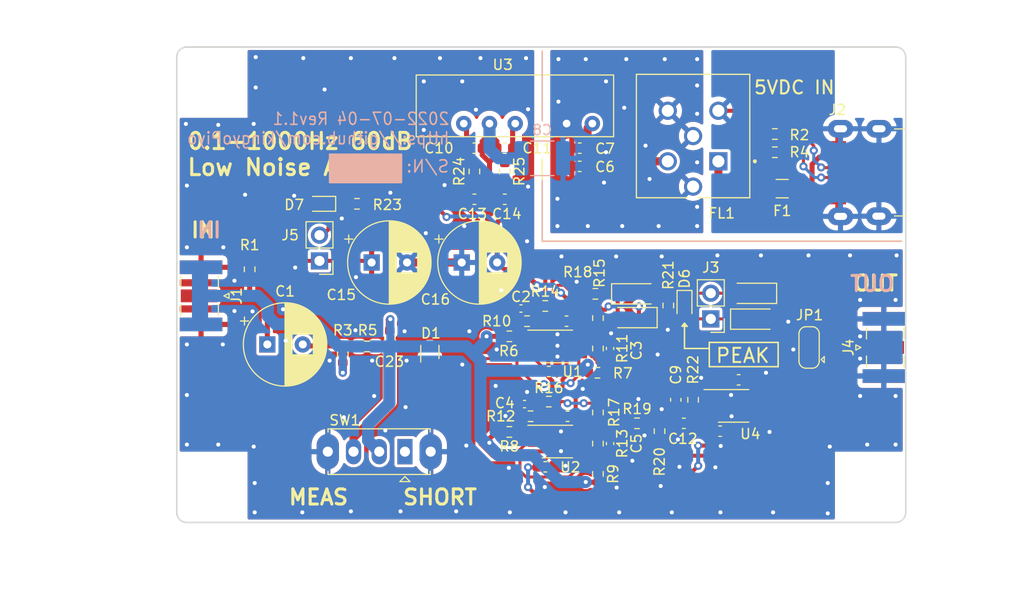
<source format=kicad_pcb>
(kicad_pcb (version 20211014) (generator pcbnew)
  (layers (0 "F.Cu" signal) (31 "B.Cu" signal) (34 "B.Paste" user) (35 "F.Paste" user) (36 "B.SilkS" user "B.Silkscreen") (37 "F.SilkS" user "F.Silkscreen") (38 "B.Mask" user) (39 "F.Mask" user) (44 "Edge.Cuts" user))
  (net 0 "")
  (net 1 "Net-(C1-Pad1)")
  (net 2 "Net-(C1-Pad2)")
  (net 3 "Net-(C2-Pad1)")
  (net 4 "Net-(C2-Pad2)")
  (net 5 "Net-(C3-Pad1)")
  (net 6 "Net-(C3-Pad2)")
  (net 7 "Net-(C4-Pad1)")
  (net 8 "Net-(C4-Pad2)")
  (net 9 "Net-(C5-Pad1)")
  (net 10 "Net-(C5-Pad2)")
  (net 11 "Net-(C6-Pad1)")
  (net 12 "GND1")
  (net 13 "GNDA")
  (net 14 "Net-(C9-Pad1)")
  (net 15 "Net-(C12-Pad1)")
  (net 16 "Net-(C10-Pad1)")
  (net 17 "Net-(C12-Pad2)")
  (net 18 "+5VA")
  (net 19 "-5VA")
  (net 20 "Net-(D2-Pad1)")
  (net 21 "Net-(D2-Pad2)")
  (net 22 "Net-(D3-Pad1)")
  (net 23 "Net-(U1-Pad3)")
  (net 24 "Net-(F1-Pad1)")
  (net 25 "Net-(F1-Pad2)")
  (net 26 "GNDPWR")
  (net 27 "Net-(C11-Pad2)")
  (net 28 "Net-(J4-Pad1)")
  (net 29 "Net-(JP1-Pad3)")
  (net 30 "Net-(J5-Pad2)")
  (net 31 "GND2")
  (net 33 "Net-(J2-PadA5)")
  (net 34 "Net-(J2-PadB5)")
  (net 35 "Net-(U4-Pad6)")
  (footprint "Connector_PinHeader_2.54mm:PinHeader_1x02_P2.54mm_Vertical" (layer "F.Cu") (at 152.75 56.875 180)
    (fp_text reference "J3")
    (fp_text value "LED Peak" hide)
  )
  (footprint "MountingHole:MountingHole_3.2mm_M3" (layer "F.Cu") (at 169 33)
    (fp_text reference "H1" hide)
    (fp_text value "MountingHole" hide)
  )
  (footprint "MountingHole:MountingHole_3.2mm_M3" (layer "F.Cu") (at 169 74)
    (fp_text reference "H2" hide)
    (fp_text value "MountingHole" hide)
  )
  (footprint "Resistor_SMD:R_0603_1608Metric" (layer "F.Cu") (at 136.75 65.05)
    (fp_text reference "R16")
    (fp_text value "470" hide)
  )
  (footprint "Capacitor_SMD:C_0603_1608Metric" (layer "F.Cu") (at 136.75 62.075165)
    (fp_text reference "C18" hide)
    (fp_text value "0.1u" hide)
  )
  (footprint "Capacitor_SMD:C_0603_1608Metric" (layer "F.Cu") (at 136.4 71.5)
    (fp_text reference "C20" hide)
    (fp_text value "0.1u" hide)
  )
  (footprint "Diode_SMD:D_SOD-123" (layer "F.Cu") (at 157 54.35 180)
    (fp_text reference "D4" hide)
    (fp_text value "1N4148W" hide)
  )
  (footprint "Resistor_SMD:R_0603_1608Metric" (layer "F.Cu") (at 141.55 62.2 180)
    (fp_text reference "R7")
    (fp_text value "100 ±0.1%" hide)
  )
  (footprint "Resistor_SMD:R_0603_1608Metric" (layer "F.Cu") (at 132.85 68.05 180)
    (fp_text reference "R8")
    (fp_text value "100 ±0.1%" hide)
  )
  (footprint "Resistor_SMD:R_0603_1608Metric" (layer "F.Cu") (at 134.6 57.1)
    (fp_text reference "R10")
    (fp_text value "100k ±0.1%" hide)
  )
  (footprint "Capacitor_SMD:C_0603_1608Metric" (layer "F.Cu") (at 129.4 40)
    (fp_text reference "C10")
    (fp_text value "1u" hide)
  )
  (footprint "Diode_SMD:D_SOD-123" (layer "F.Cu") (at 145.2 56.75 180)
    (fp_text reference "D3" hide)
    (fp_text value "1N4148W" hide)
  )
  (footprint "AF-LNA:2MS1-T1-B4-VS2-Q-E-S" (layer "F.Cu") (at 120 70 180)
    (fp_text reference "SW1")
    (fp_text value "SW_Short" hide)
  )
  (footprint "Resistor_SMD:R_0603_1608Metric" (layer "F.Cu") (at 141.6 72.2 -90)
    (fp_text reference "R9")
    (fp_text value "100 ±0.1%" hide)
  )
  (footprint "Package_SO:MSOP-8_3x3mm_P0.65mm" (layer "F.Cu") (at 155 65.475)
    (fp_text reference "U4")
    (fp_text value "ADA4522-2" hide)
  )
  (footprint "Package_SO:MSOP-8_3x3mm_P0.65mm" (layer "F.Cu") (at 137.6 69)
    (fp_text reference "U2")
    (fp_text value "ADA4522-2" hide)
  )
  (footprint "Resistor_SMD:R_0603_1608Metric" (layer "F.Cu") (at 134.95 66.5)
    (fp_text reference "R12")
    (fp_text value "100k ±0.1%" hide)
  )
  (footprint "Capacitor_SMD:C_0603_1608Metric" (layer "F.Cu") (at 139.8 40 180)
    (fp_text reference "C7")
    (fp_text value "0.1u" hide)
  )
  (footprint "Resistor_SMD:R_0603_1608Metric" (layer "F.Cu") (at 136.4 55.6)
    (fp_text reference "R14")
    (fp_text value "470" hide)
  )
  (footprint "MountingHole:MountingHole_3.2mm_M3" (layer "F.Cu") (at 103 33)
    (fp_text reference "H3" hide)
    (fp_text value "MountingHole" hide)
  )
  (footprint "Capacitor_THT:CP_Radial_D8.0mm_P3.50mm" (layer "F.Cu") (at 119.247349 51.3)
    (fp_text reference "C15")
    (fp_text value "6SEPC1000MD" hide)
  )
  (footprint "AF-LNA:S-063-49-TGG" (layer "F.Cu") (at 102.4 54.6 -90)
    (fp_text reference "J1")
    (fp_text value "IN_SMA")
  )
  (footprint "AF-LNA:S-063-49-TGG" (layer "F.Cu") (at 169.8375 59.7 90)
    (fp_text reference "J4")
    (fp_text value "OUT_SMA")
  )
  (footprint "Resistor_SMD:R_0603_1608Metric" (layer "F.Cu") (at 141.6 59.8 90)
    (fp_text reference "R11")
    (fp_text value "100k ±0.1%" hide)
  )
  (footprint "AF-LNA:MAU106" (layer "F.Cu") (at 133.43 42.645 180)
    (fp_text reference "U3")
    (fp_text value "MAU106" hide)
  )
  (footprint "Resistor_SMD:R_0603_1608Metric" (layer "F.Cu") (at 129.4 42.3 -90)
    (fp_text reference "R24")
    (fp_text value "100" hide)
  )
  (footprint "Resistor_SMD:R_0603_1608Metric" (layer "F.Cu") (at 132.85 58.6 180)
    (fp_text reference "R6")
    (fp_text value "100 ±0.1%" hide)
  )
  (footprint "Capacitor_THT:CP_Radial_D8.0mm_P3.50mm" (layer "F.Cu") (at 108.947349 59.4)
    (fp_text reference "C1")
    (fp_text value "35ZLH220MEFCCT8X11.5" hide)
  )
  (footprint "Capacitor_SMD:C_0402_1005Metric" (layer "F.Cu") (at 142.8 69.2 90)
    (fp_text reference "C5")
    (fp_text value "1n C0G ±1%" hide)
  )
  (footprint "Resistor_SMD:R_0603_1608Metric" (layer "F.Cu") (at 141.6 69.2 90)
    (fp_text reference "R13")
    (fp_text value "100k ±0.1%" hide)
  )
  (footprint "Capacitor_SMD:C_0603_1608Metric" (layer "F.Cu") (at 132.4 40)
    (fp_text reference "C11")
    (fp_text value "1u" hide)
  )
  (footprint "Resistor_SMD:R_0603_1608Metric" (layer "F.Cu") (at 159.075 40.4 180)
    (fp_text reference "R4")
    (fp_text value "5.1k" hide)
  )
  (footprint "Capacitor_SMD:C_0603_1608Metric" (layer "F.Cu") (at 149.2875 64.875 -90)
    (fp_text reference "C9")
    (fp_text value "N.M.")
  )
  (footprint "Resistor_SMD:R_0603_1608Metric" (layer "F.Cu") (at 147.6875 67.975 -90)
    (fp_text reference "R20")
    (fp_text value "N.M." hide)
  )
  (footprint "Capacitor_SMD:C_0603_1608Metric" (layer "F.Cu") (at 155.5 62.9)
    (fp_text reference "C21" hide)
    (fp_text value "0.1u" hide)
  )
  (footprint "LED_SMD:LED_0603_1608Metric" (layer "F.Cu") (at 150.15 55.55 -90)
    (fp_text reference "D6")
    (fp_text value "Red LED" hide)
  )
  (footprint "Capacitor_SMD:C_0603_1608Metric" (layer "F.Cu") (at 132.4 45.05)
    (fp_text reference "C14")
    (fp_text value "0.1u" hide)
  )
  (footprint "AF-LNA:FIL_BNX016-01" (layer "F.Cu") (at 151 38.8 180)
    (fp_text reference "FL1")
    (fp_text value "BNX016-01")
  )
  (footprint "Capacitor_THT:CP_Radial_D8.0mm_P3.50mm" (layer "F.Cu") (at 128.147349 51.3)
    (fp_text reference "C16")
    (fp_text value "6SEPC1000MD" hide)
  )
  (footprint "Connector_PinHeader_2.54mm:PinHeader_1x02_P2.54mm_Vertical" (layer "F.Cu") (at 114.1 51.14 180)
    (fp_text reference "J5")
    (fp_text value "LED PWR Good" hide)
  )
  (footprint "Resistor_SMD:R_0603_1608Metric" (layer "F.Cu") (at 141.35 54.4 180)
    (fp_text reference "R18")
    (fp_text value "2.2k" hide)
  )
  (footprint "Resistor_SMD:R_0603_1608Metric" (layer "F.Cu") (at 107.2 51.975 90)
    (fp_text reference "R1")
    (fp_text value "100k (N.M.)" hide)
  )
  (footprint "Capacitor_SMD:C_0603_1608Metric" (layer "F.Cu") (at 150.0875 67.2)
    (fp_text reference "C12")
    (fp_text value "N.M." hide)
  )
  (footprint "Capacitor_SMD:C_0603_1608Metric" (layer "F.Cu") (at 153.675 67.975)
    (fp_text reference "C22" hide)
    (fp_text value "0.1u" hide)
  )
  (footprint "AF-LNA:USB-C_Power_only" (layer "F.Cu") (at 168.3 42.4 90)
    (fp_text reference "J2")
    (fp_text value "USB_C_Power_only" hide)
  )
  (footprint "Resistor_SMD:R_0603_1608Metric" (layer "F.Cu") (at 159.075 38.6 180)
    (fp_text reference "R2")
    (fp_text value "5.1k" hide)
  )
  (footprint "Resistor_SMD:R_0603_1608Metric" (layer "F.Cu") (at 132.4 42.3 -90)
    (fp_text reference "R25")
    (fp_text value "100" hide)
  )
  (footprint "Resistor_SMD:R_0603_1608Metric" (layer "F.Cu") (at 151 64.875 90)
    (fp_text reference "R22")
    (fp_text value "N.M." hide)
  )
  (footprint "Diode_SMD:D_SOD-123" (layer "F.Cu") (at 145.2 54.4)
    (fp_text reference "D2" hide)
    (fp_text value "1N4148W" hide)
  )
  (footprint "Capacitor_SMD:C_0402_1005Metric" (layer "F.Cu") (at 134.35 65.3)
    (fp_text reference "C4")
    (fp_text value "1n C0G ±1%" hide)
  )
  (footprint "Resistor_SMD:R_0603_1608Metric" (layer "F.Cu") (at 145.4625 67.2)
    (fp_text reference "R19")
    (fp_text value "N.M." hide)
  )
  (footprint "Capacitor_SMD:C_0402_1005Metric" (layer "F.Cu") (at 134 55.85)
    (fp_text reference "C2")
    (fp_text value "1n C0G ±1%")
  )
  (footprint "Resistor_SMD:R_0603_1608Metric" (layer "F.Cu") (at 118.8 59.6)
    (fp_text reference "R5")
    (fp_text value "100" hide)
  )
  (footprint "Capacitor_SMD:C_0603_1608Metric" (layer "F.Cu") (at 138.5 57.1)
    (fp_text reference "C17" hide)
    (fp_text value "0.1u")
  )
  (footprint "Capacitor_SMD:C_0603_1608Metric" (layer "F.Cu") (at 121.05 58.8 -90)
    (fp_text reference "C23")
    (fp_text value "10n" hide)
  )
  (footprint "Resistor_SMD:R_0603_1608Metric" (layer "F.Cu") (at 117.8 45.5)
    (fp_text reference "R23")
    (fp_text value "4.7k" hide)
  )
  (footprint "Fuse:Fuse_1206_3216Metric" (layer "F.Cu") (at 159.8 44 180)
    (fp_text reference "F1")
    (fp_text value "MF-NSMF050-2" hide)
  )
  (footprint "Jumper:SolderJumper-3_P1.3mm_Open_RoundedPad1.0x1.5mm" (layer "F.Cu") (at 162.4575 59.7 90)
    (fp_text reference "JP1")
    (fp_text value "AMP_SEL" hide)
  )
  (footprint "Resistor_SMD:R_0603_1608Metric" (layer "F.Cu") (at 141.6 56.8 90)
    (fp_text reference "R15")
    (fp_text value "470" hide)
  )
  (footprint "Resistor_SMD:R_0603_1608Metric" (layer "F.Cu") (at 141.6 66.125 90)
    (fp_text reference "R17")
    (fp_text value "470" hide)
  )
  (footprint "MountingHole:MountingHole_3.2mm_M3" (layer "F.Cu") (at 103 74)
    (fp_text reference "H4" hide)
    (fp_text value "MountingHole" hide)
  )
  (footprint "Resistor_SMD:R_0603_1608Metric" (layer "F.Cu") (at 148.55 55.55 90)
    (fp_text reference "R21")
    (fp_text value "4.7k" hide)
  )
  (footprint "Resistor_SMD:R_0603_1608Metric" (layer "F.Cu") (at 116.4 60.375 -90)
    (fp_text reference "R3")
    (fp_text value "10k" hide)
  )
  (footprint "Capacitor_SMD:C_0603_1608Metric" (layer "F.Cu") (at 129.4 45.05)
    (fp_text reference "C13")
    (fp_text value "0.1u" hide)
  )
  (footprint "Package_TO_SOT_SMD:SOT-523" (layer "F.Cu") (at 125 60.145 90)
    (fp_text reference "D1")
    (fp_text value "BAT54S" hide)
  )
  (footprint "Package_SO:MSOP-8_3x3mm_P0.65mm" (layer "F.Cu") (at 137.6 59.6)
    (fp_text reference "U1")
    (fp_text value "ADA4522-2" hide)
  )
  (footprint "Diode_SMD:D_SOD-123" (layer "F.Cu") (at 156.95 56.9)
    (fp_text reference "D5" hide)
    (fp_text value "1N4148W" hide)
  )
  (footprint "Capacitor_SMD:C_0402_1005Metric" (layer "F.Cu") (at 142.8 59.8 90)
    (fp_text reference "C3")
    (fp_text value "1n C0G ±1%" hide)
  )
  (footprint "LED_SMD:LED_0603_1608Metric" (layer "F.Cu") (at 114.2125 45.5 180)
    (fp_text reference "D7")
    (fp_text value "Green LED" hide)
  )
  (footprint "Capacitor_SMD:C_0603_1608Metric" (layer "F.Cu") (at 138.6 66.5)
    (fp_text reference "C19" hide)
    (fp_text value "0.1u" hide)
  )
  (footprint "Capacitor_SMD:C_0603_1608Metric" (layer "F.Cu") (at 139.8 41.8 180)
    (fp_text reference "C6")
    (fp_text value "4.7u")
  )
  (footprint "Capacitor_SMD:C_1812_4532Metric" (layer "B.Cu") (at 136.1 41 180)
    (fp_text reference "C8")
    (fp_text value "1000p")
  )
  (gr_rect (start 101.6 52.3) (end 103 56.9) (layer "B.Cu") (width 0.2) (fill solid))
  (gr_rect (start 103 57) (end 103 57) (layer "B.Cu") (width 0.2) (fill none))
  (gr_line (start 136.1 43.2) (end 136.1 49.2) (layer "B.SilkS") (width 0.15))
  (gr_line (start 136.1 49.2) (end 171.6 49.2) (layer "B.SilkS") (width 0.15))
  (gr_rect (start 115.1 40.6) (end 122.2 43.4) (layer "B.SilkS") (width 0.15) (fill solid))
  (gr_line (start 136.1 30.4) (end 136.1 37.3) (layer "B.SilkS") (width 0.15))
  (gr_line (start 159.4 61.6) (end 159.4 60.9) (layer "F.SilkS") (width 0.15))
  (gr_line (start 150.15 57.3) (end 150.15 59.8) (layer "F.SilkS") (width 0.15))
  (gr_line (start 159.4 60.9) (end 159.4 59.2) (layer "F.SilkS") (width 0.15))
  (gr_poly (pts (xy 150.4 57.6) (xy 149.9 57.6) (xy 150.15 57.3)) (layer "F.SilkS") (width 0.15) (fill solid))
  (gr_line (start 136.1 41.1) (end 136.1 49.2) (layer "F.SilkS") (width 0.15))
  (gr_line (start 152.6 59.2) (end 152.6 60.9) (layer "F.SilkS") (width 0.15))
  (gr_line (start 159.4 59.2) (end 152.6 59.2) (layer "F.SilkS") (width 0.15))
  (gr_line (start 136.1 49.2) (end 171.6 49.2) (layer "F.SilkS") (width 0.15))
  (gr_line (start 152.6 61.6) (end 159.4 61.6) (layer "F.SilkS") (width 0.15))
  (gr_line (start 150.15 59.8) (end 152.6 59.8) (layer "F.SilkS") (width 0.15))
  (gr_line (start 152.6 60.9) (end 152.6 61.6) (layer "F.SilkS") (width 0.15))
  (gr_line (start 136.1 32.5) (end 136.1 30.4) (layer "F.SilkS") (width 0.15))
  (gr_arc (start 171 30) (mid 171.707107 30.292893) (end 172 31) (layer "Edge.Cuts") (width 0.15))
  (gr_line (start 172 31) (end 172 76) (layer "Edge.Cuts") (width 0.15))
  (gr_line (start 100 76) (end 100 31) (layer "Edge.Cuts") (width 0.15))
  (gr_line (start 171 77) (end 101 77) (layer "Edge.Cuts") (width 0.15))
  (gr_arc (start 100 31) (mid 100.292893 30.292893) (end 101 30) (layer "Edge.Cuts") (width 0.15))
  (gr_arc (start 172 76) (mid 171.707107 76.707107) (end 171 77) (layer "Edge.Cuts") (width 0.15))
  (gr_arc (start 101 77) (mid 100.292893 76.707107) (end 100 76) (layer "Edge.Cuts") (width 0.15))
  (gr_line (start 101 30) (end 171 30) (layer "Edge.Cuts") (width 0.15))
  (gr_text "2022-07-04 Rev1.1\nhttps://github.com/kingyoPiyo" (at 127.009055 38.061182) (layer "B.SilkS") (effects (font (size 1.2 1.1)) (justify left mirror)))
  (gr_text "IN" (at 103.2 48.1) (layer "B.SilkS") (effects (font (size 1.5 1.5) (thickness 0.3)) (justify mirror)))
  (gr_text "OUT\n" (at 168.7 53.4) (layer "B.SilkS") (effects (font (size 1.5 1.5) (thickness 0.3)) (justify mirror)))
  (gr_text "S/N:" (at 127 41.8) (layer "B.SilkS") (effects (font (size 1.2 1.2)) (justify left mirror)))
  (gr_text "5VDC IN" (at 161 34) (layer "F.SilkS") (effects (font (size 1.3 1.3) (thickness 0.2))))
  (gr_text "SHORT" (at 126 74.5) (layer "F.SilkS") (effects (font (size 1.5 1.5) (thickness 0.3))))
  (gr_text "0.1-1000Hz 60dB\nLow Noise Amp" (at 100.9 40.6) (layer "F.SilkS") (effects (font (size 1.6 1.6) (thickness 0.3)) (justify left)))
  (gr_text "OUT\n" (at 169.05 53.35) (layer "F.SilkS") (effects (font (size 1.5 1.5) (thickness 0.3))))
  (gr_text "MEAS" (at 114 74.5) (layer "F.SilkS") (effects (font (size 1.5 1.5) (thickness 0.3))))
  (gr_text "PEAK" (at 155.9 60.5) (layer "F.SilkS") (effects (font (size 1.4 1.4) (thickness 0.2))))
  (gr_text "IN" (at 102.6 48.1) (layer "F.SilkS") (effects (font (size 1.5 1.5) (thickness 0.3))))
  (segment (start 107.2 52.8) (end 107.2 54.6) (width 0.5) (layer "F.Cu") (net 1))
  (segment (start 107.2 54.6) (end 108 54.6) (width 0.5) (layer "F.Cu") (net 1))
  (segment (start 108 54.6) (end 108.947349 55.547349) (width 0.5) (layer "F.Cu") (net 1))
  (segment (start 102.5625 54.6) (end 107.2 54.6) (width 0.5) (layer "F.Cu") (net 1))
  (segment (start 108.947349 55.547349) (end 108.947349 59.4) (width 0.5) (layer "F.Cu") (net 1))
  (segment (start 116.4 59.55) (end 112.597349 59.55) (width 0.5) (layer "F.Cu") (net 2))
  (segment (start 112.597349 59.55) (end 112.447349 59.4) (width 0.5) (layer "F.Cu") (net 2))
  (segment (start 117.4 59.6) (end 117.975 59.6) (width 0.5) (layer "F.Cu") (net 2))
  (segment (start 116.4 59.55) (end 117.35 59.55) (width 0.5) (layer "F.Cu") (net 2))
  (segment (start 117.35 59.55) (end 117.4 59.6) (width 0.5) (layer "F.Cu") (net 2))
  (segment (start 133.625 58.8) (end 133.625 58.175) (width 0.3) (layer "F.Cu") (net 3))
  (segment (start 133.625 58.175) (end 133.775 58.025) (width 0.3) (layer "F.Cu") (net 3))
  (segment (start 135.4875 59.275) (end 134.1 59.275) (width 0.3) (layer "F.Cu") (net 3))
  (segment (start 134.1 59.275) (end 133.625 58.8) (width 0.3) (layer "F.Cu") (net 3))
  (segment (start 133.775 58.025) (end 133.775 57.1) (width 0.3) (layer "F.Cu") (net 3))
  (segment (start 133.775 57.1) (end 133.775 56.575) (width 0.3) (layer "F.Cu") (net 3))
  (segment (start 133.775 56.575) (end 133.52 56.32) (width 0.3) (layer "F.Cu") (net 3))
  (segment (start 133.52 56.32) (end 133.52 55.85) (width 0.3) (layer "F.Cu") (net 3))
  (segment (start 135.575 56.275) (end 135.575 55.6) (width 0.3) (layer "F.Cu") (net 4))
  (segment (start 135.425 57) (end 135.425 58.5625) (width 0.3) (layer "F.Cu") (net 4))
  (segment (start 135.425 58.5625) (end 135.4875 58.625) (width 0.3) (layer "F.Cu") (net 4))
  (segment (start 135.425 56.425) (end 135.575 56.275) (width 0.3) (layer "F.Cu") (net 4))
  (segment (start 134.85 55.85) (end 135.1 55.6) (width 0.3) (layer "F.Cu") (net 4))
  (segment (start 135.425 57.1) (end 135.425 56.425) (width 0.3) (layer "F.Cu") (net 4))
  (segment (start 135.1 55.6) (end 135.575 55.6) (width 0.3) (layer "F.Cu") (net 4))
  (segment (start 134.48 55.85) (end 134.85 55.85) (width 0.3) (layer "F.Cu") (net 4))
  (segment (start 140.625 59.925) (end 140.9 60.2) (width 0.3) (layer "F.Cu") (net 5))
  (segment (start 142.42 60.28) (end 142.075 60.625) (width 0.3) (layer "F.Cu") (net 5))
  (segment (start 140.9 60.2) (end 140.9 60.5) (width 0.3) (layer "F.Cu") (net 5))
  (segment (start 140.9 60.5) (end 141.025 60.625) (width 0.3) (layer "F.Cu") (net 5))
  (segment (start 142.3 61.45) (end 142.375 61.525) (width 0.5) (layer "F.Cu") (net 5))
  (segment (start 142.8 60.28) (end 142.42 60.28) (width 0.3) (layer "F.Cu") (net 5))
  (segment (start 139.7125 59.925) (end 140.625 59.925) (width 0.3) (layer "F.Cu") (net 5))
  (segment (start 141.6 61.15) (end 141.9 61.45) (width 0.5) (layer "F.Cu") (net 5))
  (segment (start 141.9 61.45) (end 142.3 61.45) (width 0.5) (layer "F.Cu") (net 5))
  (segment (start 141.6 60.625) (end 141.6 61.15) (width 0.5) (layer "F.Cu") (net 5))
  (segment (start 142.375 61.525) (end 142.375 62.2) (width 0.5) (layer "F.Cu") (net 5))
  (segment (start 142.075 60.625) (end 141.6 60.625) (width 0.3) (layer "F.Cu") (net 5))
  (segment (start 141.025 60.625) (end 141.6 60.625) (width 0.3) (layer "F.Cu") (net 5))
  (segment (start 139.7125 59.275) (end 140.775 59.275) (width 0.3) (layer "F.Cu") (net 6))
  (segment (start 140.775 59.275) (end 141.075 58.975) (width 0.3) (layer "F.Cu") (net 6))
  (segment (start 142.8 59.32) (end 142.42 59.32) (width 0.3) (layer "F.Cu") (net 6))
  (segment (start 142.42 59.32) (end 142.075 58.975) (width 0.3) (layer "F.Cu") (net 6))
  (segment (start 141.075 58.975) (end 141.6 58.975) (width 0.3) (layer "F.Cu") (net 6))
  (segment (start 142.075 58.975) (end 141.6 58.975) (width 0.3) (layer "F.Cu") (net 6))
  (segment (start 141.6 58.975) (end 141.6 57.525) (width 0.3) (layer "F.Cu") (net 6))
  (segment (start 134 68.05) (end 133.675 68.05) (width 0.3) (layer "F.Cu") (net 7))
  (segment (start 134.125 66.075) (end 133.87 65.82) (width 0.3) (layer "F.Cu") (net 7))
  (segment (start 134.625 68.675) (end 134 68.05) (width 0.3) (layer "F.Cu") (net 7))
  (segment (start 134.125 67.275) (end 134.125 66.075) (width 0.3) (layer "F.Cu") (net 7))
  (segment (start 133.675 67.725) (end 134.125 67.275) (width 0.3) (layer "F.Cu") (net 7))
  (segment (start 133.87 65.82) (end 133.87 65.3) (width 0.3) (layer "F.Cu") (net 7))
  (segment (start 135.4875 68.675) (end 134.625 68.675) (width 0.3) (layer "F.Cu") (net 7))
  (segment (start 133.675 68.05) (end 133.675 67.725) (width 0.3) (layer "F.Cu") (net 7))
  (segment (start 135.775 65.2) (end 135.8 65.175) (width 0.3) (layer "F.Cu") (net 8))
  (segment (start 135.08 65.2) (end 135.775 65.2) (width 0.3) (layer "F.Cu") (net 8))
  (segment (start 135.4875 67.5625) (end 135.4875 68.025) (width 0.3) (layer "F.Cu") (net 8))
  (segment (start 135.8 65.175) (end 135.8 67.25) (width 0.3) (layer "F.Cu") (net 8))
  (segment (start 135.8 67.25) (end 135.4875 67.5625) (width 0.3) (layer "F.Cu") (net 8))
  (segment (start 140.9 69.714283) (end 140.9 69.95) (width 0.3) (layer "F.Cu") (net 9))
  (segment (start 140.510717 69.325) (end 140.9 69.714283) (width 0.3) (layer "F.Cu") (net 9))
  (segment (start 140.9 69.95) (end 140.975 70.025) (width 0.3) (layer "F.Cu") (net 9))
  (segment (start 142.8 69.68) (end 142.47 69.68) (width 0.3) (layer "F.Cu") (net 9))
  (segment (start 140.975 70.025) (end 141.6 70.025) (width 0.3) (layer "F.Cu") (net 9))
  (segment (start 141.6 71.375) (end 141.6 70.025) (width 0.3) (layer "F.Cu") (net 9))
  (segment (start 142.47 69.68) (end 142.125 70.025) (width 0.3) (layer "F.Cu") (net 9))
  (segment (start 142.125 70.025) (end 141.6 70.025) (width 0.3) (layer "F.Cu") (net 9))
  (segment (start 139.7125 69.325) (end 140.510717 69.325) (width 0.3) (layer "F.Cu") (net 9))
  (segment (start 142.075 68.375) (end 141.6 68.375) (width 0.3) (layer "F.Cu") (net 10))
  (segment (start 139.7125 68.675) (end 140.775 68.675) (width 0.3) (layer "F.Cu") (net 10))
  (segment (start 141.075 68.375) (end 141.6 68.375) (width 0.3) (layer "F.Cu") (net 10))
  (segment (start 140.775 68.675) (end 141.075 68.375) (width 0.3) (layer "F.Cu") (net 10))
  (segment (start 142.8 68.72) (end 142.42 68.72) (width 0.3) (layer "F.Cu") (net 10))
  (segment (start 141.6 66.95) (end 141.6 68.375) (width 0.3) (layer "F.Cu") (net 10))
  (segment (start 142.42 68.72) (end 142.075 68.375) (width 0.3) (layer "F.Cu") (net 10))
  (segment (start 146.5 41.3) (end 148.5 41.3) (width 0.8) (layer "F.Cu") (net 11))
  (segment (start 140.575 41.8) (end 146 41.8) (width 0.8) (layer "F.Cu") (net 11))
  (segment (start 140.575 41.8) (end 140.575 40) (width 0.8) (layer "F.Cu") (net 11))
  (segment (start 140.575 38.04) (end 141.05 37.565) (width 0.8) (layer "F.Cu") (net 11))
  (segment (start 141.05 37.565) (end 141.05 37.75) (width 0.5) (layer "F.Cu") (net 11))
  (segment (start 140.575 40) (end 140.575 38.04) (width 0.8) (layer "F.Cu") (net 11))
  (segment (start 146 41.8) (end 146.5 41.3) (width 0.8) (layer "F.Cu") (net 11))
  (segment (start 138.51 37.565) (end 138.51 37.61) (width 0.5) (layer "F.Cu") (net 12))
  (segment (start 138.51 37.565) (end 138.765 37.565) (width 0.5) (layer "F.Cu") (net 12))
  (segment (start 138.51 37.565) (end 138.51 37.71) (width 0.5) (layer "F.Cu") (net 12))
  (segment (start 138.51 37.61) (end 139.025 38.125) (width 0.5) (layer "F.Cu") (net 12))
  (via (at 137.6 47.7) (size 0.8) (drill 0.4) (layers "F.Cu" "B.Cu") (net 12))
  (via (at 142.4 33.4) (size 0.8) (drill 0.4) (layers "F.Cu" "B.Cu") (net 12))
  (via (at 146.3 39.75) (size 0.8) (drill 0.4) (layers "F.Cu" "B.Cu") (net 12))
  (via (at 151.4 31.2) (size 0.8) (drill 0.4) (layers "F.Cu" "B.Cu") (net 12))
  (via (at 151.4 45.8) (size 0.8) (drill 0.4) (layers "F.Cu" "B.Cu") (net 12))
  (via (at 137.6 45) (size 0.8) (drill 0.4) (layers "F.Cu" "B.Cu") (net 12))
  (via (at 144.2 36) (size 0.8) (drill 0.4) (layers "F.Cu" "B.Cu") (net 12))
  (via (at 146.7 43.05) (size 0.8) (drill 0.4) (layers "F.Cu" "B.Cu") (net 12))
  (via (at 151.4 41.4) (size 0.8) (drill 0.4) (layers "F.Cu" "B.Cu") (net 12))
  (via (at 151.4 36.6) (size 0.8) (drill 0.4) (layers "F.Cu" "B.Cu") (net 12))
  (via (at 142.4 40.4) (size 0.8) (drill 0.4) (layers "F.Cu" "B.Cu") (net 12))
  (via (at 151.4 33.8) (size 0.8) (drill 0.4) (layers "F.Cu" "B.Cu") (net 12))
  (via (at 140.6 47.7) (size 0.8) (drill 0.4) (layers "F.Cu" "B.Cu") (net 12))
  (via (at 144 47.7) (size 0.8) (drill 0.4) (layers "F.Cu" "B.Cu") (net 12))
  (via (at 142.2 43.4) (size 0.8) (drill 0.4) (layers "F.Cu" "B.Cu") (net 12))
  (via (at 137.7 31.2) (size 0.8) (drill 0.4) (layers "F.Cu" "B.Cu") (net 12))
  (via (at 148.2 31.2) (size 0.8) (drill 0.4) (layers "F.Cu" "B.Cu") (net 12))
  (via (at 137.7 35.4) (size 0.8) (drill 0.4) (layers "F.Cu" "B.Cu") (net 12))
  (via (at 140.4 31.2) (size 0.8) (drill 0.4) (layers "F.Cu" "B.Cu") (net 12))
  (via (at 144.4 31.2) (size 0.8) (drill 0.4) (layers "F.Cu" "B.Cu") (net 12))
  (via (at 151.4 47.7) (size 0.8) (drill 0.4) (layers "F.Cu" "B.Cu") (net 12))
  (via (at 147.6 47.7) (size 0.8) (drill 0.4) (layers "F.Cu" "B.Cu") (net 12))
  (segment (start 130.89 43.41) (end 130.175 44.125) (width 0.5) (layer "F.Cu") (net 13))
  (segment (start 126.4 49.8) (end 125.6 50.6) (width 0.5) (layer "F.Cu") (net 13))
  (segment (start 130.7 46.5) (end 130.7 49.15) (width 0.5) (layer "F.Cu") (net 13))
  (segment (start 130.175 39.325) (end 130.9 38.6) (width 0.5) (layer "F.Cu") (net 13))
  (segment (start 131 46.5) (end 130.7 46.5) (width 0.5) (layer "F.Cu") (net 13))
  (segment (start 125.6 50.6) (end 125.6 51.3) (width 0.5) (layer "F.Cu") (net 13))
  (segment (start 131.625 45.875) (end 131 46.5) (width 0.5) (layer "F.Cu") (net 13))
  (segment (start 131.625 39.325) (end 131.625 40) (width 0.5) (layer "F.Cu") (net 13))
  (segment (start 125.6 51.3) (end 128.147349 51.3) (width 0.8) (layer "F.Cu") (net 13))
  (segment (start 130.175 45.975) (end 130.7 46.5) (width 0.5) (layer "F.Cu") (net 13))
  (segment (start 130.9 38.6) (end 131.625 39.325) (width 0.5) (layer "F.Cu") (net 13))
  (segment (start 130.05 49.8) (end 126.4 49.8) (width 0.5) (layer "F.Cu") (net 13))
  (segment (start 130.175 44.125) (end 130.175 44.9) (width 0.5) (layer "F.Cu") (net 13))
  (segment (start 130.175 40.675) (end 130.89 41.39) (width 0.5) (layer "F.Cu") (net 13))
  (segment (start 130.89 41.39) (end 130.89 43.41) (width 0.5) (layer "F.Cu") (net 13))
  (segment (start 131.625 44.9) (end 131.625 44.145) (width 0.5) (layer "F.Cu") (net 13))
  (segment (start 130.9 38.6) (end 130.9 37.575) (width 0.5) (layer "F.Cu") (net 13))
  (segment (start 131.625 44.145) (end 130.89 43.41) (width 0.5) (layer "F.Cu") (net 13))
  (segment (start 130.7 49.15) (end 130.05 49.8) (width 0.5) (layer "F.Cu") (net 13))
  (segment (start 131.625 44.9) (end 131.625 45.875) (width 0.5) (layer "F.Cu") (net 13))
  (segment (start 122.747349 51.3) (end 125.6 51.3) (width 0.8) (layer "F.Cu") (net 13))
  (segment (start 131.625 40) (end 131.625 40.655) (width 0.5) (layer "F.Cu") (net 13))
  (segment (start 130.175 44.9) (end 130.175 45.975) (width 0.5) (layer "F.Cu") (net 13))
  (segment (start 130.175 40) (end 130.175 40.675) (width 0.5) (layer "F.Cu") (net 13))
  (segment (start 130.175 40) (end 130.175 39.325) (width 0.5) (layer "F.Cu") (net 13))
  (segment (start 131.625 40.655) (end 130.89 41.39) (width 0.5) (layer "F.Cu") (net 13))
  (via (at 124.6 48.4) (size 0.8) (drill 0.4) (layers "F.Cu" "B.Cu") (net 13))
  (via (at 128.6 69.4) (size 0.8) (drill 0.4) (layers "F.Cu" "B.Cu") (net 13))
  (via (at 145.6 64.8) (size 0.8) (drill 0.4) (layers "F.Cu" "B.Cu") (net 13))
  (via (at 134.6 64.1) (size 0.8) (drill 0.4) (layers "F.Cu" "B.Cu") (net 13))
  (via (at 122.5 58.1) (size 0.8) (drill 0.4) (layers "F.Cu" "B.Cu") (net 13))
  (via (at 116.3 46.95) (size 0.8) (drill 0.4) (layers "F.Cu" "B.Cu") (net 13))
  (via (at 119.3 61) (size 0.8) (drill 0.4) (layers "F.Cu" "B.Cu") (net 13))
  (via (at 149.65 71.5) (size 0.8) (drill 0.4) (layers "F.Cu" "B.Cu") (net 13))
  (via (at 117.2 75.9) (size 0.8) (drill 0.4) (layers "F.Cu" "B.Cu") (net 13))
  (via (at 116.5 66.6) (size 0.8) (drill 0.4) (layers "F.Cu" "B.Cu") (net 13))
  (via (at 128.2 33.4) (size 0.8) (drill 0.4) (layers "F.Cu" "B.Cu") (net 13))
  (via (at 137.95 68) (size 0.8) (drill 0.4) (layers "F.Cu" "B.Cu") (net 13))
  (via (at 112.5 31.1) (size 0.8) (drill 0.4) (layers "F.Cu" "B.Cu") (net 13))
  (via (at 126 31.1) (size 0.8) (drill 0.4) (layers "F.Cu" "B.Cu") (net 13))
  (via (at 153.7 76) (size 0.8) (drill 0.4) (layers "F.Cu" "B.Cu") (net 13))
  (via (at 164.5 69.5) (size 0.8) (drill 0.4) (layers "F.Cu" "B.Cu") (net 13))
  (via (at 164.3 76.1) (size 0.8) (drill 0.4) (layers "F.Cu" "B.Cu") (net 13))
  (via (at 107.8 31) (size 0.8) (drill 0.4) (layers "F.Cu" "B.Cu") (net 13))
  (via (at 153.4 50.6) (size 0.8) (drill 0.4) (layers "F.Cu" "B.Cu") (net 13))
  (via (at 147.5 60.4) (size 0.8) (drill 0.4) (layers "F.Cu" "B.Cu") (net 13))
  (via (at 158.55 68.05) (size 0.8) (drill 0.4) (layers "F.Cu" "B.Cu") (net 13))
  (via (at 134.6 49.2) (size 0.8) (drill 0.4) (layers "F.Cu" "B.Cu") (net 13))
  (via (at 128.203001 61.389311) (size 0.8) (drill 0.4) (layers "F.Cu" "B.Cu") (net 13))
  (via (at 167.5 55) (size 0.8) (drill 0.4) (layers "F.Cu" "B.Cu") (net 13))
  (via (at 134.7 43.8) (size 0.8) (drill 0.4) (layers "F.Cu" "B.Cu") (net 13))
  (via (at 105.7 53.1) (size 0.8) (drill 0.4) (layers "F.Cu" "B.Cu") (net 13))
  (via (at 167.5 64.5) (size 0.8) (drill 0.4) (layers "F.Cu" "B.Cu") (net 13))
  (via (at 121.5 31.1) (size 0.8) (drill 0.4) (layers "F.Cu" "B.Cu") (net 13))
  (via (at 153.728182 69.439174) (size 0.8) (drill 0.4) (layers "F.Cu" "B.Cu") (net 13))
  (via (at 138 50.7) (size 0.8) (drill 0.4) (layers "F.Cu" "B.Cu") (net 13))
  (via (at 104.55 59.4) (size 0.8) (drill 0.4) (layers "F.Cu" "B.Cu") (net 13))
  (via (at 168.2 69.3) (size 0.8) (drill 0.4) (layers "F.Cu" "B.Cu") (net 13))
  (via (at 138.4 76) (size 0.8) (drill 0.4) (layers "F.Cu" "B.Cu") (net 13))
  (via (at 117.7 52.75) (size 0.8) (drill 0.4) (layers "F.Cu" "B.Cu") (net 13))
  (via (at 171.1 50.6) (size 0.8) (drill 0.4) (layers "F.Cu" "B.Cu") (net 13))
  (via (at 137.6 60.6) (size 0.8) (drill 0.4) (layers "F.Cu" "B.Cu") (net 13))
  (via (at 136.35 73.5) (size 0.8) (drill 0.4) (layers "F.Cu" "B.Cu") (net 13))
  (via (at 101 64.4) (size 0.8) (drill 0.4) (layers "F.Cu" "B.Cu") (net 13))
  (via (at 111.7 51.8) (size 0.8) (drill 0.4) (layers "F.Cu" "B.Cu") (net 13))
  (via (at 107.48144 56.13371) (size 0.8) (drill 0.4) (layers "F.Cu" "B.Cu") (net 13))
  (via (at 112.4 76) (size 0.8) (drill 0.4) (layers "F.Cu" "B.Cu") (net 13))
  (via (at 105.7 56.1) (size 0.8) (drill 0.4) (layers "F.Cu" "B.Cu") (net 13))
  (via (at 111.6 44.7) (size 0.8) (drill 0.4) (layers "F.Cu" "B.Cu") (net 13))
  (via (at 122.7 61) (size 0.8) (drill 0.4) (layers "F.Cu" "B.Cu") (net 13))
  (via (at 122.6 65.6) (size 0.8) (drill 0.4) (layers "F.Cu" "B.Cu") (net 13))
  (via (at 134.7 36.15) (size 0.8) (drill 0.4) (layers "F.Cu" "B.Cu") (net 13))
  (via (at 137.599218 59.532991) (size 0.8) (drill 0.4) (layers "F.Cu" "B.Cu") (net 13))
  (via (at 124.4 33.4) (size 0.8) (drill 0.4) (layers "F.Cu" "B.Cu") (net 13))
  (via (at 110.5 55.928366) (size 0.8) (drill 0.4) (layers "F.Cu" "B.Cu") (net 13))
  (via (at 147.8 73.4) (size 0.8) (drill 0.4) (layers "F.Cu" "B.Cu") (net 13))
  (via (at 137.6 58.4) (size 0.8) (drill 0.4) (layers "F.Cu" "B.Cu") (net 13))
  (via (at 167.5 58.6) (size 0.8) (drill 0.4) (layers "F.Cu" "B.Cu") (net 13))
  (via (at 171 55) (size 0.8) (drill 0.4) (layers "F.Cu" "B.Cu") (net 13))
  (via (at 160.4 57.15) (size 0.8) (drill 0.4) (layers "F.Cu" "B.Cu") (net 13))
  (via (at 101 43.7) (size 0.8) (drill 0.4) (layers "F.Cu" "B.Cu") (net 13))
  (via (at 110.760102 59.029064) (size 0.8) (drill 0.4) (layers "F.Cu" "B.Cu") (net 13))
  (via (at 100.9 37.6) (size 0.8) (drill 0.4) (layers "F.Cu" "B.Cu") (net 13))
  (via (at 104.1 37.7) (size 0.8) (drill 0.4) (layers "F.Cu" "B.Cu") (net 13))
  (via (at 171 69.3) (size 0.8) (drill 0.4) (layers "F.Cu" "B.Cu") (net 13))
  (via (at 101 59.4) (size 0.8) (drill 0.4) (layers "F.Cu" "B.Cu") (net 13))
  (via (at 143.45 73.55) (size 0.8) (drill 0.4) (layers "F.Cu" "B.Cu") (net 13))
  (via (at 162.4 50.6) (size 0.8) (drill 0.4) (layers "F.Cu" "B.Cu") (net 13))
  (via (at 131.6 59.9) (size 0.8) (drill 0.4) (layers "F.Cu" "B.Cu") (net 13))
  (via (at 119.5 64.5) (size 0.8) (drill 0.4) (layers "F.Cu" "B.Cu") (net 13))
  (via (at 107.7 73.1) (size 0.8) (drill 0.4) (layers "F.Cu" "B.Cu") (net 13))
  (via (at 115.1 61) (size 0.8) (drill 0.4) (layers "F.Cu" "B.Cu") (net 13))
  (via (at 117.65 58) (size 0.8) (drill 0.4) (layers "F.Cu" "B.Cu") (net 13))
  (via (at 143.7 76) (size 0.8) (drill 0.4) (layers "F.Cu" "B.Cu") (net 13))
  (via (at 104.6 49.8) (size 0.8) (drill 0.4) (layers "F.Cu" "B.Cu") (net 13))
  (via (at 128.4 47.7) (size 0.8) (drill 0.4) (layers "F.Cu" "B.Cu") (net 13))
  (via (at 122.1 75.9) (size 0.8) (drill 0.4) (layers "F.Cu" "B.Cu") (net 13))
  (via (at 145 70.9) (size 0.8) (drill 0.4) (layers "F.Cu" "B.Cu") (net 13))
  (via (at 166.5 50.6) (size 0.8) (drill 0.4) (layers "F.Cu" "B.Cu") (net 13))
  (via (at 130 31.1) (size 0.8) (drill 0.4) (layers "F.Cu" "B.Cu") (net 13))
  (via (at 160.9 59.9) (size 0.8) (drill 0.4) (layers "F.Cu" "B.Cu") (net 13))
  (via (at 104.1 69.3) (size 0.8) (drill 0.4) (layers "F.Cu" "B.Cu") (net 13))
  (via (at 147.9 50.7) (size 0.8) (drill 0.4) (layers "F.Cu" "B.Cu") (net 13))
  (via (at 153.2 71.55) (size 0.8) (drill 0.4) (layers "F.Cu" "B.Cu") (net 13))
  (via (at 151.8 62.7) (size 0.8) (drill 0.4) (layers "F.Cu" "B.Cu") (net 13))
  (via (at 147.9 65.8) (size 0.8) (drill 0.4) (layers "F.Cu" "B.Cu") (net 13))
  (via (at 140.1 63.8) (size 0.8) (drill 0.4) (layers "F.Cu" "B.Cu") (net 13))
  (via (at 124.4 38.2) (size 0.8) (drill 0.4) (layers "F.Cu" "B.Cu") (net 13))
  (via (at 132.469188 66.47223) (size 0.8) (drill 0.4) (layers "F.Cu" "B.Cu") (net 13))
  (via (at 117.2 31.1) (size 0.8) (drill 0.4) (layers "F.Cu" "B.Cu") (net 13))
  (via (at 106.75 44.6) (size 0.8) (drill 0.4) (layers "F.Cu" "B.Cu") (net 13))
  (via (at 132.05 54.05) (size 0.8) (drill 0.4) (layers "F.Cu" "B.Cu") (net 13))
  (via (at 138.4 71.4) (size 0.8) (drill 0.4) (layers "F.Cu" "B.Cu") (net 13))
  (via (at 143.4 50.7) (size 0.8) (drill 0.4) (layers "F.Cu" "B.Cu") (net 13))
  (via (at 101 49.8) (size 0.8) (drill 0.4) (layers "F.Cu" "B.Cu") (net 13))
  (via (at 107.6 69.5) (size 0.8) (drill 0.4) (layers "F.Cu" "B.Cu") (net 13))
  (via (at 107.7 76) (size 0.8) (drill 0.4) (layers "F.Cu" "B.Cu") (net 13))
  (via (at 126.45 43.65) (size 0.8) (drill 0.4) (layers "F.Cu" "B.Cu") (net 13))
  (via (at 148.5 57.95) (size 0.8) (drill 0.4) (layers "F.Cu" "B.Cu") (net 13))
  (via (at 171 64.5) (size 0.8) (drill 0.4) (layers "F.Cu" "B.Cu") (net 13))
  (via (at 158.2 62.2) (size 0.8) (drill 0.4) (layers "F.Cu" "B.Cu") (net 13))
  (via (at 154.8 66.5) (size 0.8) (drill 0.4) (layers "F.Cu" "B.Cu") (net 13))
  (via (at 131.5 63.5) (size 0.8) (drill 0.4) (layers "F.Cu" "B.Cu") (net 13))
  (via (at 129.55 36.2) (size 0.8) (drill 0.4) (layers "F.Cu" "B.Cu") (net 13))
  (via (at 142.9 58.3) (size 0.8) (drill 0.4) (layers "F.Cu" "B.Cu") (net 13))
  (via (at 120.6 67.9) (size 0.8) (drill 0.4) (layers "F.Cu" "B.Cu") (net 13))
  (via (at 128.9 58.1) (size 0.8) (drill 0.4) (layers "F.Cu" "B.Cu") (net 13))
  (via (at 127.6 75.9) (size 0.8) (drill 0.4) (layers "F.Cu" "B.Cu") (net 13))
  (via (at 132.8 71.6) (size 0.8) (drill 0.4) (layers "F.Cu" "B.Cu") (net 13))
  (via (at 107.8 34) (size 0.8) (drill 0.4) (layers "F.Cu" "B.Cu") (net 13))
  (via (at 158.9 76) (size 0.8) (drill 0.4) (layers "F.Cu" "B.Cu") (net 13))
  (via (at 154.75 64.4) (size 0.8) (drill 0.4) (layers "F.Cu" "B.Cu") (net 13))
  (via (at 164.3 73.1) (size 0.8) (drill 0.4) (layers "F.Cu" "B.Cu") (net 13))
  (via (at 134.5 31.1) (size 0.8) (drill 0.4) (layers "F.Cu" "B.Cu") (net 13))
  (via (at 146.2 68.4) (size 0.8) (drill 0.4) (layers "F.Cu" "B.Cu") (net 13))
  (via (at 114.6 34.2) (size 0.8) (drill 0.4) (layers "F.Cu" "B.Cu") (net 13))
  (via (at 107.6 37.6) (size 0.8) (drill 0.4) (layers "F.Cu" "B.Cu") (net 13))
  (via (at 132.9 76) (size 0.8) (drill 0.4) (layers "F.Cu" "B.Cu") (net 13))
  (via (at 137.95 69.95) (size 0.8) (drill 0.4) (layers "F.Cu" "B.Cu") (net 13))
  (via (at 148.9 76) (size 0.8) (drill 0.4) (layers "F.Cu" "B.Cu") (net 13))
  (via (at 101 69.3) (size 0.8) (drill 0.4) (layers "F.Cu" "B.Cu") (net 13))
  (via (at 121.1 44.4) (size 0.8) (drill 0.4) (layers "F.Cu" "B.Cu") (net 13))
  (via (at 157.7 50.6) (size 0.8) (drill 0.4) (layers "F.Cu" "B.Cu") (net 13))
  (via (at 167.5 60.8) (size 0.8) (drill 0.4) (layers "F.Cu" "B.Cu") (net 13))
  (via (at 149.5 68.8) (size 0.8) (drill 0.4) (layers "F.Cu" "B.Cu") (net 13))
  (via (at 139.5 53.2) (size 0.8) (drill 0.4) (layers "F.Cu" "B.Cu") (net 13))
  (segment (start 131.8 41) (end 133.55 41) (width 1.2) (layer "B.Cu") (net 13))
  (segment (start 130.89 37.565) (end 130.89 40.09) (width 1.2) (layer "B.Cu") (net 13))
  (segment (start 130.89 40.09) (end 131.8 41) (width 1.2) (layer "B.Cu") (net 13))
  (segment (start 151.875 64.5) (end 151.425 64.05) (width 0.3) (layer "F.Cu") (net 14))
  (segment (start 152.8875 64.5) (end 152.8875 63.9375) (width 0.3) (layer "F.Cu") (net 14))
  (segment (start 152.9 61.9) (end 153.8 61) (width 0.4) (layer "F.Cu") (net 14))
  (segment (start 152.9 63.925) (end 152.9 61.9) (width 0.4) (layer "F.Cu") (net 14))
  (segment (start 153.8 61) (end 162.4575 61) (width 0.4) (layer "F.Cu") (net 14))
  (segment (start 152.8875 64.5) (end 151.875 64.5) (width 0.3) (layer "F.Cu") (net 14))
  (segment (start 151 64.05) (end 149.2875 64.05) (width 0.3) (layer "F.Cu") (net 14))
  (segment (start 152.8875 63.9375) (end 152.9 63.925) (width 0.3) (layer "F.Cu") (net 14))
  (segment (start 151.425 64.05) (end 151 64.05) (width 0.3) (layer "F.Cu") (net 14))
  (segment (start 149.2875 66.4625) (end 149.3125 66.4875) (width 0.3) (layer "F.Cu") (net 15))
  (segment (start 149.3125 67.2) (end 147.7375 67.2) (width 0.3) (layer "F.Cu") (net 15))
  (segment (start 149.2875 65.65) (end 149.2875 66.4625) (width 0.3) (layer "F.Cu") (net 15))
  (segment (start 147.7375 67.2) (end 147.6875 67.15) (width 0.3) (layer "F.Cu") (net 15))
  (segment (start 147.6875 67.15) (end 146.3375 67.15) (width 0.3) (layer "F.Cu") (net 15))
  (segment (start 149.3125 66.4875) (end 149.3125 67.2) (width 0.3) (layer "F.Cu") (net 15))
  (segment (start 146.3375 67.15) (end 146.2875 67.2) (width 0.3) (layer "F.Cu") (net 15))
  (segment (start 128.625 37.84) (end 128.35 37.565) (width 0.5) (layer "F.Cu") (net 16))
  (segment (start 128.625 40) (end 128.625 40.325) (width 0.5) (layer "F.Cu") (net 16))
  (segment (start 128.625 40) (end 128.625 37.84) (width 0.5) (layer "F.Cu") (net 16))
  (segment (start 129.4 41.1) (end 129.4 41.6125) (width 0.5) (layer "F.Cu") (net 16))
  (segment (start 128.625 40.325) (end 129.4 41.1) (width 0.5) (layer "F.Cu") (net 16))
  (segment (start 151.4 65.7) (end 151 65.7) (width 0.3) (layer "F.Cu") (net 17))
  (segment (start 151 65.7) (end 151 66.375) (width 0.3) (layer "F.Cu") (net 17))
  (segment (start 150.8625 66.5125) (end 150.8625 67.2) (width 0.3) (layer "F.Cu") (net 17))
  (segment (start 151.95 65.15) (end 151.4 65.7) (width 0.3) (layer "F.Cu") (net 17))
  (segment (start 152.8875 65.15) (end 151.95 65.15) (width 0.3) (layer "F.Cu") (net 17))
  (segment (start 151 66.375) (end 150.8625 66.5125) (width 0.3) (layer "F.Cu") (net 17))
  (segment (start 119.247349 51.3) (end 119.247349 51.252651) (width 0.8) (layer "F.Cu") (net 18))
  (segment (start 156.275 62.9) (end 155.90048 63.27452) (width 0.4) (layer "F.Cu") (net 18))
  (segment (start 112.2 50.5) (end 112.2 46) (width 0.4) (layer "F.Cu") (net 18))
  (segment (start 129.4 43.7) (end 128.625 44.475) (width 0.5) (layer "F.Cu") (net 18))
  (segment (start 138.6 56.425) (end 139.275 57.1) (width 0.4) (layer "F.Cu") (net 18))
  (segment (start 129.4 43.1875) (end 129.4 43.7) (width 0.5) (layer "F.Cu") (net 18))
  (segment (start 138.1 63.83118) (end 138.568331 64.299511) (width 0.4) (layer "F.Cu") (net 18))
  (segment (start 129.15 49) (end 129.7 48.45) (width 0.5) (layer "F.Cu") (net 18))
  (segment (start 129.7 46.85) (end 128.625 45.775) (width 0.5) (layer "F.Cu") (net 18))
  (segment (start 138.5 62.458369) (end 138.1 62.858369) (width 0.4) (layer "F.Cu") (net 18))
  (segment (start 119.247349 52.547349) (end 119.6 52.9) (width 0.5) (layer "F.Cu") (net 18))
  (segment (start 134.925 52.9) (end 135.575 53.55) (width 0.5) (layer "F.Cu") (net 18))
  (segment (start 140.3 66.5) (end 139.375 66.5) (width 0.4) (layer "F.Cu") (net 18))
  (segment (start 119.247349 50.152651) (end 119.7 49.7) (width 0.5) (layer "F.Cu") (net 18))
  (segment (start 155.90048 68.59952) (end 154.1 70.4) (width 0.4) (layer "F.Cu") (net 18))
  (segment (start 112.84 51.14) (end 112.2 50.5) (width 0.4) (layer "F.Cu") (net 18))
  (segment (start 138.5 57.875) (end 138.5 62.458369) (width 0.4) (layer "F.Cu") (net 18))
  (segment (start 119.247349 51.3) (end 119.247349 50.152651) (width 0.5) (layer "F.Cu") (net 18))
  (segment (start 139.275 57.675) (end 139.275 57.1) (width 0.3) (layer "F.Cu") (net 18))
  (segment (start 114.1 51.14) (end 112.84 51.14) (width 0.4) (layer "F.Cu") (net 18))
  (segment (start 139.275 57.1) (end 138.5 57.875) (width 0.4) (layer "F.Cu") (net 18))
  (segment (start 143.1 66.4) (end 142.8 66.1) (width 0.4) (layer "F.Cu") (net 18))
  (segment (start 128.6 44.875) (end 128.625 44.9) (width 0.5) (layer "F.Cu") (net 18))
  (segment (start 112.2 46) (end 112.7 45.5) (width 0.4) (layer "F.Cu") (net 18))
  (segment (start 139.4 64.7) (end 139.4 66.475) (width 0.4) (layer "F.Cu") (net 18))
  (segment (start 125.2 49.7) (end 125.9 49) (width 0.5) (layer "F.Cu") (net 18))
  (segment (start 154.1 70.4) (end 146 70.4) (width 0.4) (layer "F.Cu") (net 18))
  (segment (start 125.9 49) (end 129.15 49) (width 0.5) (layer "F.Cu") (net 18))
  (segment (start 142.8 66.1) (end 140.7 66.1) (width 0.4) (layer "F.Cu") (net 18))
  (segment (start 119.6 52.9) (end 134.925 52.9) (width 0.5) (layer "F.Cu") (net 18))
  (segment (start 138.6 54.9505) (end 138.6 56.425) (width 0.4) (layer "F.Cu") (net 18))
  (segment (start 143.1 67.5) (end 143.1 66.4) (width 0.4) (layer "F.Cu") (net 18))
  (segment (start 119.247349 51.3) (end 119.247349 52.547349) (width 0.5) (layer "F.Cu") (net 18))
  (segment (start 139.7125 68.025) (end 139.7125 67.5625) (width 0.3) (layer "F.Cu") (net 18))
  (segment (start 146 70.4) (end 143.1 67.5) (width 0.4) (layer "F.Cu") (net 18))
  (segment (start 157.075 64.4625) (end 157.1125 64.5) (width 0.3) (layer "F.Cu") (net 18))
  (segment (start 112.7 45.5) (end 113.425 45.5) (width 0.4) (layer "F.Cu") (net 18))
  (segment (start 114.1 51.14) (end 119.087349 51.14) (width 0.4) (layer "F.Cu") (net 18))
  (segment (start 139.4 66.475) (end 139.375 66.5) (width 0.4) (layer "F.Cu") (net 18))
  (segment (start 139.7125 67.5625) (end 139.375 67.225) (width 0.3) (layer "F.Cu") (net 18))
  (segment (start 139.375 67.225) (end 139.375 66.5) (width 0.3) (layer "F.Cu") (net 18))
  (segment (start 137.9495 54.3) (end 138.6 54.9505) (width 0.4) (layer "F.Cu") (net 18))
  (segment (start 157.075 62.975) (end 157 62.9) (width 0.3) (layer "F.Cu") (net 18))
  (segment (start 119.087349 51.14) (end 119.247349 51.3) (width 0.4) (layer "F.Cu") (net 18))
  (segment (start 119.7 49.7) (end 125.2 49.7) (width 0.5) (layer "F.Cu") (net 18))
  (segment (start 139.7125 58.625) (end 139.7125 58.1125) (width 0.3) (layer "F.Cu") (net 18))
  (segment (start 155.90048 63.27452) (end 155.90048 68.59952) (width 0.4) (layer "F.Cu") (net 18))
  (segment (start 128.625 44.475) (end 128.625 44.9) (width 0.5) (layer "F.Cu") (net 18))
  (segment (start 139.7125 58.1125) (end 139.275 57.675) (width 0.3) (layer "F.Cu") (net 18))
  (segment (start 157.075 62.975) (end 157.075 64.4625) (width 0.3) (layer "F.Cu") (net 18))
  (segment (start 138.999511 64.299511) (end 139.4 64.7) (width 0.4) (layer "F.Cu") (net 18))
  (segment (start 157 62.9) (end 156.275 62.9) (width 0.3) (layer "F.Cu") (net 18))
  (segment (start 138.568331 64.299511) (end 138.999511 64.299511) (width 0.4) (layer "F.Cu") (net 18))
  (segment (start 140.7 66.1) (end 140.3 66.5) (width 0.4) (layer "F.Cu") (net 18))
  (segment (start 128.625 45.775) (end 128.625 44.9) (width 0.5) (layer "F.Cu") (net 18))
  (segment (start 138.1 62.858369) (end 138.1 63.83118) (width 0.4) (layer "F.Cu") (net 18))
  (segment (start 129.7 48.45) (end 129.7 46.85) (width 0.5) (layer "F.Cu") (net 18))
  (via (at 135.575 53.55) (size 0.8) (drill 0.4) (layers "F.Cu" "B.Cu") (net 18))
  (via (at 137.9495 54.3) (size 0.8) (drill 0.4) (layers "F.Cu" "B.Cu") (net 18))
  (segment (start 137.1995 53.55) (end 135.575 53.55) (width 0.5) (layer "B.Cu") (net 18))
  (segment (start 137.9495 54.3) (end 137.1995 53.55) (width 0.5) (layer "B.Cu") (net 18))
  (segment (start 136.72452 64.37548) (end 136.72452 70.47548) (width 0.4) (layer "F.Cu") (net 19))
  (segment (start 135.625 71.5) (end 136.2 71.5) (width 0.3) (layer "F.Cu") (net 19))
  (segment (start 136.37548 71.32452) (end 136.37548 70.82452) (width 0.3) (layer "F.Cu") (net 19))
  (segment (start 135.45 51.95) (end 136.4 52.9) (width 0.4) (layer "F.Cu") (net 19))
  (segment (start 133.175 44.375) (end 133.175 44.9) (width 0.5) (layer "F.Cu") (net 19))
  (segment (start 152.8875 67.9625) (end 152.9 67.975) (width 0.3) (layer "F.Cu") (net 19))
  (segment (start 134.827138 71.55) (end 134.838569 71.561431) (width 0.4) (layer "F.Cu") (net 19))
  (segment (start 136.625795 62.075165) (end 136.67548 62.02548) (width 0.3) (layer "F.Cu") (net 19))
  (segment (start 136.67548 62.583849) (end 137.1 63.008369) (width 0.4) (layer "F.Cu") (net 19))
  (segment (start 132.4 43.1875) (end 132.4 43.6) (width 0.5) (layer "F.Cu") (net 19))
  (segment (start 135.975 61.475) (end 135.975 62.075165) (width 0.3) (layer "F.Cu") (net 19))
  (segment (start 136.2 71.5) (end 136.37548 71.32452) (width 0.3) (layer "F.Cu") (net 19))
  (segment (start 131.647349 51.3) (end 131.647349 47.352651) (width 0.5) (layer "F.Cu") (net 19))
  (segment (start 132.4 43.6) (end 133.175 44.375) (width 0.5) (layer "F.Cu") (net 19))
  (segment (start 135.8 74.6) (end 148.3 74.6) (width 0.4) (layer "F.Cu") (net 19))
  (segment (start 136.4 52.9) (end 136.4 58) (width 0.4) (layer "F.Cu") (net 19))
  (segment (start 131.647349 51.3) (end 132.297349 51.95) (width 0.4) (layer "F.Cu") (net 19))
  (segment (start 136.37548 70.82452) (end 136.72452 70.47548) (width 0.3) (layer "F.Cu") (net 19))
  (segment (start 136.67548 61.566481) (end 136.67548 62.02548) (width 0.4) (layer "F.Cu") (net 19))
  (segment (start 136.4 58) (end 136.69952 58.29952) (width 0.4) (layer "F.Cu") (net 19))
  (segment (start 136.69952 58.29952) (end 136.69952 61.542441) (width 0.4) (layer "F.Cu") (net 19))
  (segment (start 135.625 71.5) (end 135.625 70.725) (width 0.3) (layer "F.Cu") (net 19))
  (segment (start 134.7 73.5) (end 135.8 74.6) (width 0.4) (layer "F.Cu") (net 19))
  (segment (start 135.975 62.075165) (end 136.625795 62.075165) (width 0.3) (layer "F.Cu") (net 19))
  (segment (start 133.175 45.825) (end 133.175 44.9) (width 0.5) (layer "F.Cu") (net 19))
  (segment (start 126.65 46.8) (end 125.35 45.5) (width 0.4) (layer "F.Cu") (net 19))
  (segment (start 135.625 70.725) (end 135.4875 70.5875) (width 0.3) (layer "F.Cu") (net 19))
  (segment (start 131.647349 47.352651) (end 133.175 45.825) (width 0.5) (layer "F.Cu") (net 19))
  (segment (start 152.8875 66.45) (end 152.8875 67.9625) (width 0.3) (layer "F.Cu") (net 19))
  (segment (start 137.1 63.008369) (end 137.1 64) (width 0.4) (layer "F.Cu") (net 19))
  (segment (start 152.5 69.4) (end 151.5 69.4) (width 0.4) (layer "F.Cu") (net 19))
  (segment (start 137.1 64) (end 136.72452 64.37548) (width 0.4) (layer "F.Cu") (net 19))
  (segment (start 136.67548 62.02548) (end 136.67548 62.583849) (width 0.4) (layer "F.Cu") (net 19))
  (segment (start 152.9 69) (end 152.5 69.4) (width 0.4) (layer "F.Cu") (net 19))
  (segment (start 125.35 45.5) (end 118.625 45.5) (width 0.4) (layer "F.Cu") (net 19))
  (segment (start 135.4875 60.575) (end 135.4875 60.9875) (width 0.3) (layer "F.Cu") (net 19))
  (segment (start 134.7 71.55) (end 134.827138 71.55) (width 0.4) (layer "F.Cu") (net 19))
  (segment (start 134.838569 71.561431) (end 135.563569 71.561431) (width 0.4) (layer "F.Cu") (net 19))
  (segment (start 148.3 74.6) (end 151.5 71.4) (width 0.4) (layer "F.Cu") (net 19))
  (segment (start 132.297349 51.95) (end 135.45 51.95) (width 0.4) (layer "F.Cu") (net 19))
  (segment (start 135.4875 70.5875) (end 135.4875 69.975) (width 0.3) (layer "F.Cu") (net 19))
  (segment (start 152.9 67.975) (end 152.9 69) (width 0.4) (layer "F.Cu") (net 19))
  (segment (start 135.4875 60.9875) (end 135.975 61.475) (width 0.3) (layer "F.Cu") (net 19))
  (segment (start 135.563569 71.561431) (end 135.625 71.5) (width 0.4) (layer "F.Cu") (net 19))
  (segment (start 136.69952 61.542441) (end 136.67548 61.566481) (width 0.4) (layer "F.Cu") (net 19))
  (via (at 126.65 46.8) (size 0.8) (drill 0.4) (layers "F.Cu" "B.Cu") (net 19))
  (via (at 134.7 71.55) (size 0.8) (drill 0.4) (layers "F.Cu" "B.Cu") (net 19))
  (via (at 151.5 69.4) (size 0.8) (drill 0.4) (layers "F.Cu" "B.Cu") (net 19))
  (via (at 134.7 73.5) (size 0.8) (drill 0.4) (layers "F.Cu" "B.Cu") (net 19))
  (via (at 151.5 71.4) (size 0.8) (drill 0.4) (layers "F.Cu" "B.Cu") (net 19))
  (segment (start 130.75 46.75) (end 131.647349 47.647349) (width 0.4) (layer "B.Cu") (net 19))
  (segment (start 134.7 73.5) (end 134.7 71.55) (width 0.4) (layer "B.Cu") (net 19))
  (segment (start 151.5 69.4) (end 151.5 71.4) (width 0.4) (layer "B.Cu") (net 19))
  (segment (start 126.7 46.75) (end 130.75 46.75) (width 0.4) (layer "B.Cu") (net 19))
  (segment (start 131.647349 47.647349) (end 131.647349 51.3) (width 0.4) (layer "B.Cu") (net 19))
  (segment (start 126.65 46.8) (end 126.7 46.75) (width 0.4) (layer "B.Cu") (net 19))
  (segment (start 143.55 54.4) (end 143.55 56.75) (width 0.4) (layer "F.Cu") (net 20))
  (segment (start 142.175 54.4) (end 143.55 54.4) (width 0.4) (layer "F.Cu") (net 20))
  (segment (start 147.825 54.725) (end 148.55 54.725) (width 0.3) (layer "F.Cu") (net 21))
  (segment (start 151.1375 54.7625) (end 150.15 54.7625) (width 0.3) (layer "F.Cu") (net 21))
  (segment (start 152.75 54.335) (end 151.565 54.335) (width 0.3) (layer "F.Cu") (net 21))
  (segment (start 146.85 54.4) (end 147.5 54.4) (width 0.3) (layer "F.Cu") (net 21))
  (segment (start 155.335 54.335) (end 155.35 54.35) (width 0.3) (layer "F.Cu") (net 21))
  (segment (start 148.55 54.725) (end 150.1125 54.725) (width 0.3) (layer "F.Cu") (net 21))
  (segment (start 147.5 54.4) (end 147.825 54.725) (width 0.3) (layer "F.Cu") (net 21))
  (segment (start 151.565 54.335) (end 151.1375 54.7625) (width 0.3) (layer "F.Cu") (net 21))
  (segment (start 152.75 54.335) (end 155.335 54.335) (width 0.3) (layer "F.Cu") (net 21))
  (segment (start 150.1125 54.725) (end 150.15 54.7625) (width 0.3) (layer "F.Cu") (net 21))
  (segment (start 147.4 56.75) (end 147.775 56.375) (width 0.3) (layer "F.Cu") (net 22))
  (segment (start 150.8375 56.3375) (end 151.375 56.875) (width 0.3) (layer "F.Cu") (net 22))
  (segment (start 152.75 56.875) (end 155.275 56.875) (width 0.3) (layer "F.Cu") (net 22))
  (segment (start 148.55 56.375) (end 150.1125 56.375) (width 0.3) (layer "F.Cu") (net 22))
  (segment (start 155.275 56.875) (end 155.3 56.9) (width 0.3) (layer "F.Cu") (net 22))
  (segment (start 151.375 56.875) (end 152.75 56.875) (width 0.3) (layer "F.Cu") (net 22))
  (segment (start 150.15 56.3375) (end 150.8375 56.3375) (width 0.3) (layer "F.Cu") (net 22))
  (segment (start 147.775 56.375) (end 148.55 56.375) (width 0.3) (layer "F.Cu") (net 22))
  (segment (start 150.1125 56.375) (end 150.15 56.3375) (width 0.3) (layer "F.Cu") (net 22))
  (segment (start 146.85 56.75) (end 147.4 56.75) (width 0.3) (layer "F.Cu") (net 22))
  (segment (start 135.4875 59.925) (end 134.225 59.925) (width 0.3) (layer "F.Cu") (net 23))
  (segment (start 136.280483 63.319517) (end 136.211455 63.250489) (width 0.3) (layer "F.Cu") (net 23))
  (segment (start 133.9 70.5) (end 131.2 70.5) (width 0.3) (layer "F.Cu") (net 23))
  (segment (start 139.7125 69.975) (end 139.7125 71.5375) (width 0.3) (layer "F.Cu") (net 23))
  (segment (start 133.6 60.55) (end 133.6 60.8) (width 0.3) (layer "F.Cu") (net 23))
  (segment (start 121.05 59.575) (end 121.05 65.05) (width 0.8) (layer "F.Cu") (net 23))
  (segment (start 134.225 59.925) (end 133.6 60.55) (width 0.3) (layer "F.Cu") (net 23))
  (segment (start 136.211455 63.250489) (end 135.250489 63.250489) (width 0.3) (layer "F.Cu") (net 23))
  (segment (start 131.2 70.5) (end 129.95 69.25) (width 0.3) (layer "F.Cu") (net 23))
  (segment (start 129.95 69.25) (end 129.95 60.8) (width 0.3) (layer "F.Cu") (net 23))
  (segment (start 119.625 59.6) (end 121.175 59.6) (width 0.5) (layer "F.Cu") (net 23))
  (segment (start 133.2 60.8) (end 129.95 60.8) (width 0.3) (layer "F.Cu") (net 23))
  (segment (start 129.95 60.8) (end 128.65 59.5) (width 0.3) (layer "F.Cu") (net 23))
  (segment (start 139.7125 71.5375) (end 138.75 72.5) (width 0.3) (layer "F.Cu") (net 23))
  (segment (start 138.75 72.5) (end 134.5 72.5) (width 0.3) (layer "F.Cu") (net 23))
  (segment (start 121.05 65.05) (end 117.46 68.64) (width 0.8) (layer "F.Cu") (net 23))
  (segment (start 138.8995 63.225674) (end 139.7125 62.412674) (width 0.3) (layer "F.Cu") (net 23))
  (segment (start 133.9 71.9) (end 133.9 69.8) (width 0.3) (layer "F.Cu") (net 23))
  (segment (start 139.7125 62.412674) (end 139.7125 60.575) (width 0.3) (layer "F.Cu") (net 23))
  (segment (start 121.125 59.5) (end 124.8375 59.5) (width 0.3) (layer "F.Cu") (net 23))
  (segment (start 117.46 68.64) (end 117.46 70) (width 0.8) (layer "F.Cu") (net 23))
  (segment (start 133.9 69.8) (end 134.375 69.325) (width 0.3) (layer "F.Cu") (net 23))
  (segment (start 135.250489 63.250489) (end 133.6 61.6) (width 0.3) (layer "F.Cu") (net 23))
  (segment (start 133.6 60.8) (end 133.2 60.8) (width 0.3) (layer "F.Cu") (net 23))
  (segment (start 133.6 61.6) (end 133.6 60.8) (width 0.3) (layer "F.Cu") (net 23))
  (segment (start 128.65 59.5) (end 125.1625 59.5) (width 0.3) (layer "F.Cu") (net 23))
  (segment (start 134.375 69.325) (end 135.4875 69.325) (width 0.3) (layer "F.Cu") (net 23))
  (segment (start 134.5 72.5) (end 133.9 71.9) (width 0.3) (layer "F.Cu") (net 23))
  (via (at 138.8995 63.225674) (size 0.8) (drill 0.4) (layers "F.Cu" "B.Cu") (net 23))
  (via (at 136.280483 63.319517) (size 0.8) (drill 0.4) (layers "F.Cu" "B.Cu") (net 23))
  (segment (start 138.8995 63.225674) (end 136.374326 63.225674) (width 0.3) (layer "B.Cu") (net 23))
  (segment (start 136.374326 63.225674) (end 136.280483 63.319517) (width 0.3) (layer "B.Cu") (net 23))
  (segment (start 162.75 41.598609) (end 162.75 43.9) (width 0.5) (layer "F.Cu") (net 24))
  (segment (start 162.75 43.9) (end 162.65 44) (width 0.5) (layer "F.Cu") (net 24))
  (segment (start 165.3 40.89) (end 163.458609 40.89) (width 0.5) (layer "F.Cu") (net 24))
  (segment (start 163.458609 40.89) (end 162.75 41.598609) (width 0.5) (layer "F.Cu") (net 24))
  (segment (start 162.65 44) (end 161.2 44) (width 0.5) (layer "F.Cu") (net 24))
  (segment (start 165.2 44) (end 162.65 44) (width 0.5) (layer "F.Cu") (net 24))
  (segment (start 153.5 41.3) (end 153.5 43.1) (width 0.8) (layer "F.Cu") (net 25))
  (segment (start 154.4 44) (end 158.4 44) (width 0.8) (layer "F.Cu") (net 25))
  (segment (start 153.5 43.1) (end 154.4 44) (width 0.8) (layer "F.Cu") (net 25))
  (segment (start 157.5 36.3) (end 153.5 36.3) (width 0.4) (layer "F.Cu") (net 26))
  (segment (start 165.3 46.48) (end 165.56 46.74) (width 0.5) (layer "F.Cu") (net 26))
  (segment (start 165.3 45.15) (end 165.3 46.48) (width 0.5) (layer "F.Cu") (net 26))
  (segment (start 158.25 38.6) (end 158.25 40.4) (width 0.4) (layer "F.Cu") (net 26))
  (segment (start 165.3 38.34) (end 165.56 38.08) (width 0.5) (layer "F.Cu") (net 26))
  (segment (start 158.25 37.05) (end 157.5 36.3) (width 0.4) (layer "F.Cu") (net 26))
  (segment (start 158.25 38.6) (end 158.25 37.05) (width 0.4) (layer "F.Cu") (net 26))
  (segment (start 165.3 39.675) (end 165.3 38.34) (width 0.5) (layer "F.Cu") (net 26))
  (segment (start 133.175 40.225) (end 132.4 41) (width 0.5) (layer "F.Cu") (net 27))
  (segment (start 132.4 41) (end 132.4 41.6125) (width 0.5) (layer "F.Cu") (net 27))
  (segment (start 133.175 40) (end 133.175 37.82) (width 0.5) (layer "F.Cu") (net 27))
  (segment (start 133.175 40) (end 133.175 40.225) (width 0.5) (layer "F.Cu") (net 27))
  (segment (start 133.175 37.82) (end 133.43 37.565) (width 0.5) (layer "F.Cu") (net 27))
  (segment (start 162.4575 59.7) (end 169.4375 59.7) (width 0.5) (layer "F.Cu") (net 28))
  (segment (start 139.14952 54.44005) (end 139.14952 55.44952) (width 0.3) (layer "F.Cu") (net 29))
  (segment (start 144.6 66.2) (end 144.6 67.1625) (width 0.4) (layer "F.Cu") (net 29))
  (segment (start 140.525 54.4) (end 140.525 55.125) (width 0.3) (layer "F.Cu") (net 29))
  (segment (start 144.6 67.1625) (end 144.6375 67.2) (width 0.4) (layer "F.Cu") (net 29))
  (segment (start 146.35 62.65) (end 146.35 59.25) (width 0.4) (layer "F.Cu") (net 29))
  (segment (start 138.435168 65.05) (end 138.6005 65.215332) (width 0.3) (layer "F.Cu") (net 29))
  (segment (start 146.4 59.2) (end 160 59.2) (width 0.4) (layer "F.Cu") (net 29))
  (segment (start 145.65 55.65) (end 145.65 58.55) (width 0.4) (layer "F.Cu") (net 29))
  (segment (start 141.3 55.3) (end 141.6 55.6) (width 0.3) (layer "F.Cu") (net 29))
  (segment (start 145.65 58.55) (end 146.35 59.25) (width 0.4) (layer "F.Cu") (net 29))
  (segment (start 141.6 55.6) (end 141.6 55.975) (width 0.3) (layer "F.Cu") (net 29))
  (segment (start 137.199989 55.574989) (end 137.199989 53.989541) (width 0.3) (layer "F.Cu") (net 29))
  (segment (start 143.7 65.3) (end 146.35 62.65) (width 0.4) (layer "F.Cu") (net 29))
  (segment (start 143.7 65.3) (end 144.6 66.2) (width 0.4) (layer "F.Cu") (net 29))
  (segment (start 141.6 65.3) (end 143.7 65.3) (width 0.4) (layer "F.Cu") (net 29))
  (segment (start 137.575 65.05) (end 138.435168 65.05) (width 0.3) (layer "F.Cu") (net 29))
  (segment (start 160.8 58.4) (end 162.4575 58.4) (width 0.4) (layer "F.Cu") (net 29))
  (segment (start 160 59.2) (end 160.8 58.4) (width 0.4) (layer "F.Cu") (net 29))
  (segment (start 138.259959 53.550489) (end 139.14952 54.44005) (width 0.3) (layer "F.Cu") (net 29))
  (segment (start 140.1995 65.211828) (end 141.511828 65.211828) (width 0.3) (layer "F.Cu") (net 29))
  (segment (start 137.199989 53.989541) (end 137.639041 53.550489) (width 0.3) (layer "F.Cu") (net 29))
  (segment (start 146.35 59.25) (end 146.4 59.2) (width 0.4) (layer "F.Cu") (net 29))
  (segment (start 141.511828 65.211828) (end 141.6 65.3) (width 0.3) (layer "F.Cu") (net 29))
  (segment (start 137.639041 53.550489) (end 138.259959 53.550489) (width 0.3) (layer "F.Cu") (net 29))
  (segment (start 141.6 55.975) (end 142.325 55.975) (width 0.4) (layer "F.Cu") (net 29))
  (segment (start 139.14952 55.44952) (end 139.675 55.975) (width 0.3) (layer "F.Cu") (net 29))
  (segment (start 139.675 55.975) (end 141.6 55.975) (width 0.3) (layer "F.Cu") (net 29))
  (segment (start 137.225 55.6) (end 137.199989 55.574989) (width 0.3) (layer "F.Cu") (net 29))
  (segment (start 140.7 55.3) (end 141.3 55.3) (width 0.3) (layer "F.Cu") (net 29))
  (segment (start 140.525 55.125) (end 140.7 55.3) (width 0.3) (layer "F.Cu") (net 29))
  (segment (start 142.325 55.975) (end 142.65 55.65) (width 0.4) (layer "F.Cu") (net 29))
  (via (at 142.65 55.65) (size 0.8) (drill 0.4) (layers "F.Cu" "B.Cu") (net 29))
  (via (at 145.65 55.65) (size 0.8) (drill 0.4) (layers "F.Cu" "B.Cu") (net 29))
  (via (at 140.1995 65.211828) (size 0.8) (drill 0.4) (layers "F.Cu" "B.Cu") (net 29))
  (via (at 138.6005 65.215332) (size 0.8) (drill 0.4) (layers "F.Cu" "B.Cu") (net 29))
  (segment (start 138.6005 65.215332) (end 140.195996 65.215332) (width 0.3) (layer "B.Cu") (net 29))
  (segment (start 142.65 55.65) (end 145.65 55.65) (width 0.4) (layer "B.Cu") (net 29))
  (segment (start 140.195996 65.215332) (end 140.1995 65.211828) (width 0.3) (layer "B.Cu") (net 29))
  (segment (start 114.1 48.6) (end 114.4 48.6) (width 0.4) (layer "F.Cu") (net 30))
  (segment (start 115 45.5) (end 116.975 45.5) (width 0.4) (layer "F.Cu") (net 30))
  (segment (start 114.4 48.6) (end 115 48) (width 0.4) (layer "F.Cu") (net 30))
  (segment (start 115 48) (end 115 45.5) (width 0.4) (layer "F.Cu") (net 30))
  (segment (start 130.879977 69.120023) (end 130.879977 68.720023) (width 0.5) (layer "F.Cu") (net 31))
  (segment (start 141.6 73.025) (end 140.425 73.025) (width 0.5) (layer "F.Cu") (net 31))
  (segment (start 130.879977 68.720023) (end 131.55 68.05) (width 0.5) (layer "F.Cu") (net 31))
  (segment (start 140.6 62.075) (end 140.725 62.2) (width 0.5) (layer "F.Cu") (net 31))
  (segment (start 116.4 62.2) (end 116.4 61.2) (width 0.8) (layer "F.Cu") (net 31))
  (segment (start 140.425 73.025) (end 140.4 73) (width 0.5) (layer "F.Cu") (net 31))
  (segment (start 121.05 56.95) (end 121.1 56.9) (width 0.8) (layer "F.Cu") (net 31))
  (segment (start 132.025 58.6) (end 130.6 58.6) (width 0.5) (layer "F.Cu") (net 31))
  (segment (start 140.6 61.4) (end 140.6 62.075) (width 0.5) (layer "F.Cu") (net 31))
  (segment (start 121.05 58.025) (end 121.05 56.95) (width 0.8) (layer "F.Cu") (net 31))
  (segment (start 131.55 68.05) (end 132.025 68.05) (width 0.5) (layer "F.Cu") (net 31))
  (via (at 130.6 58.6) (size 0.8) (drill 0.4) (layers "F.Cu" "B.Cu") (net 31))
  (via (at 121.1 56.9) (size 0.8) (drill 0.4) (layers "F.Cu" "B.Cu") (net 31))
  (via (at 130.879977 69.120023) (size 0.8) (drill 0.4) (layers "F.Cu" "B.Cu") (net 31))
  (via (at 140.6 61.4) (size 0.8) (drill 0.4) (layers "F.Cu" "B.Cu") (net 31))
  (via (at 140.4 73) (size 0.8) (drill 0.4) (layers "F.Cu" "B.Cu") (net 31))
  (via (at 116.4 62.2) (size 0.8) (drill 0.4) (layers "F.Cu" "B.Cu") (net 31))
  (segment (start 128.6 59.6) (end 129.3 60.3) (width 1.2) (layer "B.Cu") (net 31))
  (segment (start 108 54.6) (end 109 55.6) (width 1.2) (layer "B.Cu") (net 31))
  (segment (start 130.6 59) (end 130.6 58.6) (width 1.2) (layer "B.Cu") (net 31))
  (segment (start 121.1 59.5) (end 121.2 59.6) (width 0.8) (layer "B.Cu") (net 31))
  (segment (start 130 68.6) (end 131.750489 70.350489) (width 1.2) (layer "B.Cu") (net 31))
  (segment (start 121.1 56.9) (end 121.1 59.5) (width 0.8) (layer "B.Cu") (net 31))
  (segment (start 129.3 60.3) (end 130.6 59) (width 1.2) (layer "B.Cu") (net 31))
  (segment (start 109 55.6) (end 109 56.6) (width 1.2) (layer "B.Cu") (net 31))
  (segment (start 121 59.8) (end 121 65.2) (width 1.2) (layer "B.Cu") (net 31))
  (segment (start 109 56.6) (end 109.8 57.4) (width 1.2) (layer "B.Cu") (net 31))
  (segment (start 102.4 54.6) (end 108 54.6) (width 1.2) (layer "B.Cu") (net 31))
  (segment (start 135.196855 70.350489) (end 137.846366 73) (width 1.2) (layer "B.Cu") (net 31))
  (segment (start 137.846366 73) (end 140.4 73) (width 1.2) (layer "B.Cu") (net 31))
  (segment (start 118.9 68.9) (end 120 70) (width 1.2) (layer "B.Cu") (net 31))
  (segment (start 140 62) (end 130 62) (width 1.2) (layer "B.Cu") (net 31))
  (segment (start 121.2 59.6) (end 116.4 59.6) (width 1.2) (layer "B.Cu") (net 31))
  (segment (start 121.2 59.6) (end 128.6 59.6) (width 1.2) (layer "B.Cu") (net 31))
  (segment (start 129.3 60.3) (end 130 61) (width 1.2) (layer "B.Cu") (net 31))
  (segment (start 130 61) (end 130 62) (width 1.2) (layer "B.Cu") (net 31))
  (segment (start 116.4 59.6) (end 116.4 62.2) (width 0.8) (layer "B.Cu") (net 31))
  (segment (start 121.2 59.6) (end 121 59.8) (width 1.2) (layer "B.Cu") (net 31))
  (segment (start 131.750489 70.350489) (end 135.196855 70.350489) (width 1.2) (layer "B.Cu") (net 31))
  (segment (start 109.8 57.4) (end 113.8 57.4) (width 1.2) (layer "B.Cu") (net 31))
  (segment (start 118.9 67.3) (end 118.9 68.9) (width 1.2) (layer "B.Cu") (net 31))
  (segment (start 113.8 57.4) (end 116 59.6) (width 1.2) (layer "B.Cu") (net 31))
  (segment (start 130 62) (end 130 68.6) (width 1.2) (layer "B.Cu") (net 31))
  (segment (start 121 65.2) (end 118.9 67.3) (width 1.2) (layer "B.Cu") (net 31))
  (segment (start 116 59.6) (end 116.4 59.6) (width 1.2) (layer "B.Cu") (net 31))
  (segment (start 140 62) (end 140.6 61.4) (width 1.2) (layer "B.Cu") (net 31))
  (segment (start 161.5 40.4) (end 159.9 40.4) (width 0.3) (layer "F.Cu") (net 33))
  (segment (start 163.650497 42.9) (end 163.65 42.899503) (width 0.3) (layer "F.Cu") (net 33))
  (segment (start 161.9005 41.8) (end 161.9005 40.8005) (width 0.3) (layer "F.Cu") (net 33))
  (segment (start 165.2 42.9) (end 163.650497 42.9) (width 0.3) (layer "F.Cu") (net 33))
  (segment (start 161.9005 40.8005) (end 161.5 40.4) (width 0.3) (layer "F.Cu") (net 33))
  (via (at 161.9005 41.8) (size 0.8) (drill 0.4) (layers "F.Cu" "B.Cu") (net 33))
  (via (at 163.65 42.899503) (size 0.8) (drill 0.4) (layers "F.Cu" "B.Cu") (net 33))
  (segment (start 163.000003 42.899503) (end 163.65 42.899503) (width 0.3) (layer "B.Cu") (net 33))
  (segment (start 161.9005 41.8) (end 163.000003 42.899503) (width 0.3) (layer "B.Cu") (net 33))
  (segment (start 165.2 41.925) (end 163.675 41.925) (width 0.3) (layer "F.Cu") (net 34))
  (segment (start 162.921921 40.231504) (end 162.921921 39.771921) (width 0.3) (layer "F.Cu") (net 34))
  (segment (start 161.75 38.6) (end 159.9 38.6) (width 0.3) (layer "F.Cu") (net 34))
  (segment (start 163.675 41.925) (end 163.65 41.9) (width 0.3) (layer "F.Cu") (net 34))
  (segment (start 162.921921 39.771921) (end 161.75 38.6) (width 0.3) (layer "F.Cu") (net 34))
  (via (at 163.65 41.9) (size 0.8) (drill 0.4) (layers "F.Cu" "B.Cu") (net 34))
  (via (at 162.921921 40.231504) (size 0.8) (drill 0.4) (layers "F.Cu" "B.Cu") (net 34))
  (segment (start 162.921921 41.171921) (end 163.65 41.9) (width 0.3) (layer "B.Cu") (net 34))
  (segment (start 162.921921 40.231504) (end 162.921921 41.171921) (width 0.3) (layer "B.Cu") (net 34))
  (segment (start 157.1125 65.15) (end 157.1125 65.8) (width 0.3) (layer "F.Cu") (net 35))
  (zone (net 0) (net_name "") (layers F&B.Cu) (connect_pads (clearance 0)) (min_thickness 0.254)
    (keepout (tracks allowed) (vias allowed) (pads allowed) (copperpour not_allowed) (footprints allowed))
    (fill (thermal_gap 0.508) (thermal_bridge_width 0.508))
    (polygon (pts (xy 107 77) (xy 100 77) (xy 100 70) (xy 107 70)))
  )
  (zone (net 0) (net_name "") (layer "F.Cu") (connect_pads (clearance 0)) (min_thickness 0.254)
    (keepout (tracks allowed) (vias allowed) (pads allowed) (copperpour not_allowed) (footprints allowed))
    (fill (thermal_gap 0.508) (thermal_bridge_width 0.508))
    (polygon (pts (xy 132 52.5) (xy 120.5 52.5) (xy 120.5 49.4) (xy 129.65 49.4) (xy 129.65 45.65) (xy 132 45.65) (xy 132 49.4)))
  )
  (zone (net 0) (net_name "") (layers F&B.Cu) (connect_pads (clearance 0)) (min_thickness 0.254)
    (keepout (tracks allowed) (vias allowed) (pads allowed) (copperpour not_allowed) (footprints allowed))
    (fill (thermal_gap 0.508) (thermal_bridge_width 0.508))
    (polygon (pts (xy 172 37) (xy 165 37) (xy 165 30) (xy 172 30)))
  )
  (zone (net 0) (net_name "") (layer "F.Cu") (connect_pads (clearance 0)) (min_thickness 0.254)
    (keepout (tracks allowed) (vias allowed) (pads allowed) (copperpour not_allowed) (footprints allowed))
    (fill (thermal_gap 0.508) (thermal_bridge_width 0.508))
    (polygon (pts (xy 134.1 40.7) (xy 133.4 41.3) (xy 133.4 42.7) (xy 133.1 42.7) (xy 133.1 41.2) (xy 133.9 40.5) (xy 133.9 38.5) (xy 134.1 38.3)))
  )
  (zone (net 13) (net_name "GNDA") (layers F&B.Cu) (connect_pads (clearance 0.3)) (min_thickness 0.254) (fill yes (thermal_gap 0.508) (thermal_bridge_width 0.508))
    (polygon (pts (xy 135.3 50) (xy 172 50) (xy 172 77) (xy 100 77) (xy 100 30) (xy 135.3 30)))
  )
  (zone (net 0) (net_name "") (layer "F.Cu") (connect_pads (clearance 0)) (min_thickness 0.254)
    (keepout (tracks allowed) (vias allowed) (pads allowed) (copperpour not_allowed) (footprints allowed))
    (fill (thermal_gap 0.508) (thermal_bridge_width 0.508))
    (polygon (pts (xy 128 38.6) (xy 128 40.5) (xy 128.7 41.1) (xy 128.7 42.8) (xy 128.4 42.8) (xy 128.4 41.3) (xy 127.5 40.5) (xy 127.5 38.2)))
  )
  (zone (net 0) (net_name "") (layer "F.Cu") (connect_pads (clearance 0)) (min_thickness 0.254)
    (keepout (tracks allowed) (vias allowed) (pads allowed) (copperpour not_allowed) (footprints allowed))
    (fill (thermal_gap 0.508) (thermal_bridge_width 0.508))
    (polygon (pts (xy 131.8 44) (xy 129.8 44) (xy 129.8 38.2) (xy 131.8 38.2)))
  )
  (zone (net 12) (net_name "GND1") (layers F&B.Cu) (connect_pads (clearance 0.3)) (min_thickness 0.254) (fill yes (thermal_gap 0.508) (thermal_bridge_width 0.508))
    (polygon (pts (xy 152 48.4) (xy 136.9 48.4) (xy 136.9 30) (xy 152 30)))
  )
  (zone (net 0) (net_name "") (layers F&B.Cu) (connect_pads (clearance 0)) (min_thickness 0.254)
    (keepout (tracks allowed) (vias allowed) (pads allowed) (copperpour not_allowed) (footprints allowed))
    (fill (thermal_gap 0.508) (thermal_bridge_width 0.508))
    (polygon (pts (xy 107 37) (xy 100 37) (xy 100 30) (xy 107 30)))
  )
  (zone (net 0) (net_name "") (layers F&B.Cu) (connect_pads (clearance 0)) (min_thickness 0.254)
    (keepout (tracks allowed) (vias allowed) (pads allowed) (copperpour not_allowed) (footprints allowed))
    (fill (thermal_gap 0.508) (thermal_bridge_width 0.508))
    (polygon (pts (xy 172 77) (xy 165 77) (xy 165 70) (xy 172 70)))
  )
  (zone (net 26) (net_name "GNDPWR") (layer "B.Cu") (connect_pads (clearance 0.3)) (min_thickness 0.254) (fill yes (thermal_gap 0.508) (thermal_bridge_width 0.508))
    (polygon (pts (xy 172 48.4) (xy 152.8 48.4) (xy 152.8 30) (xy 172 30)))
  )
  (zone (net 0) (net_name "") (layer "B.Cu") (connect_pads (clearance 0)) (min_thickness 0.254)
    (keepout (tracks allowed) (vias allowed) (pads allowed) (copperpour not_allowed) (footprints allowed))
    (fill (thermal_gap 0.508) (thermal_bridge_width 0.508))
    (polygon (pts (xy 132.9 42.5) (xy 131.3 42.5) (xy 129.5 40.7) (xy 129.5 36.8) (xy 132.9 36.8)))
  )
)
</source>
